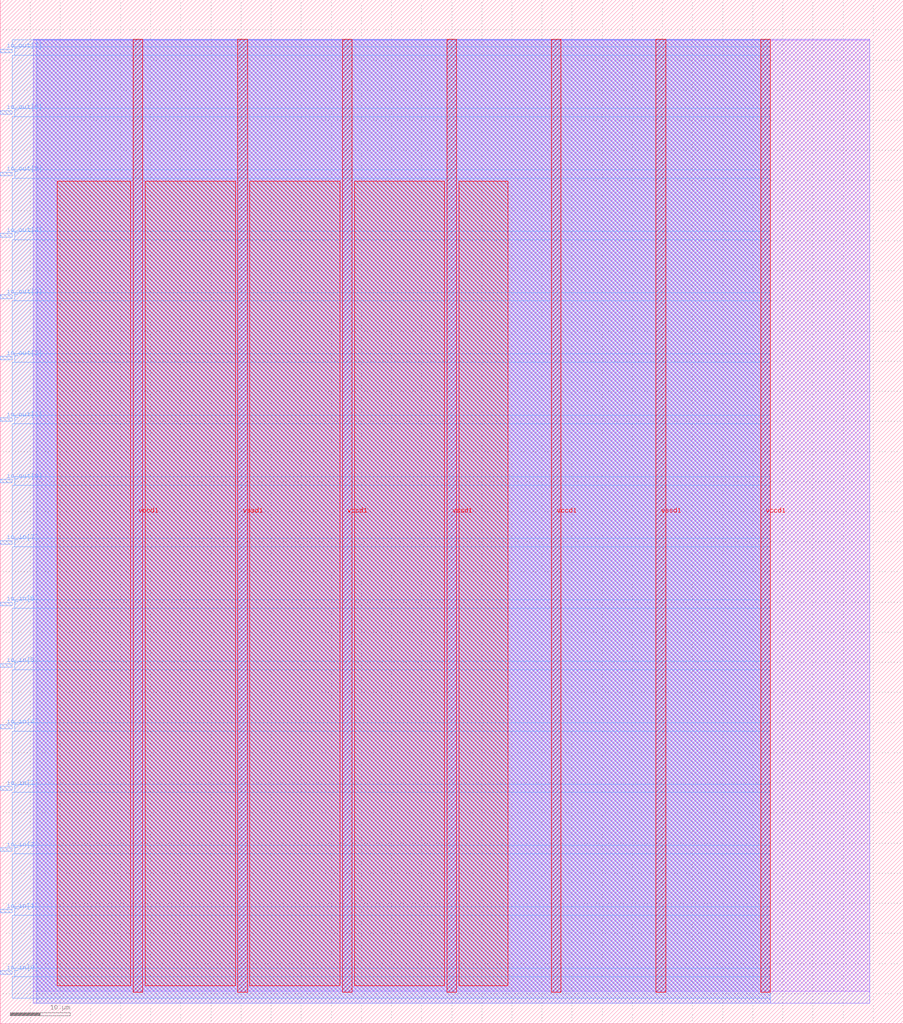
<source format=lef>
VERSION 5.7 ;
  NOWIREEXTENSIONATPIN ON ;
  DIVIDERCHAR "/" ;
  BUSBITCHARS "[]" ;
MACRO swalense_top
  CLASS BLOCK ;
  FOREIGN swalense_top ;
  ORIGIN 0.000 0.000 ;
  SIZE 150.000 BY 170.000 ;
  PIN io_in[0]
    DIRECTION INPUT ;
    USE SIGNAL ;
    PORT
      LAYER met3 ;
        RECT 0.000 8.200 2.000 8.800 ;
    END
  END io_in[0]
  PIN io_in[1]
    DIRECTION INPUT ;
    USE SIGNAL ;
    PORT
      LAYER met3 ;
        RECT 0.000 18.400 2.000 19.000 ;
    END
  END io_in[1]
  PIN io_in[2]
    DIRECTION INPUT ;
    USE SIGNAL ;
    PORT
      LAYER met3 ;
        RECT 0.000 28.600 2.000 29.200 ;
    END
  END io_in[2]
  PIN io_in[3]
    DIRECTION INPUT ;
    USE SIGNAL ;
    PORT
      LAYER met3 ;
        RECT 0.000 38.800 2.000 39.400 ;
    END
  END io_in[3]
  PIN io_in[4]
    DIRECTION INPUT ;
    USE SIGNAL ;
    PORT
      LAYER met3 ;
        RECT 0.000 49.000 2.000 49.600 ;
    END
  END io_in[4]
  PIN io_in[5]
    DIRECTION INPUT ;
    USE SIGNAL ;
    PORT
      LAYER met3 ;
        RECT 0.000 59.200 2.000 59.800 ;
    END
  END io_in[5]
  PIN io_in[6]
    DIRECTION INPUT ;
    USE SIGNAL ;
    PORT
      LAYER met3 ;
        RECT 0.000 69.400 2.000 70.000 ;
    END
  END io_in[6]
  PIN io_in[7]
    DIRECTION INPUT ;
    USE SIGNAL ;
    PORT
      LAYER met3 ;
        RECT 0.000 79.600 2.000 80.200 ;
    END
  END io_in[7]
  PIN io_out[0]
    DIRECTION OUTPUT TRISTATE ;
    USE SIGNAL ;
    PORT
      LAYER met3 ;
        RECT 0.000 89.800 2.000 90.400 ;
    END
  END io_out[0]
  PIN io_out[1]
    DIRECTION OUTPUT TRISTATE ;
    USE SIGNAL ;
    PORT
      LAYER met3 ;
        RECT 0.000 100.000 2.000 100.600 ;
    END
  END io_out[1]
  PIN io_out[2]
    DIRECTION OUTPUT TRISTATE ;
    USE SIGNAL ;
    PORT
      LAYER met3 ;
        RECT 0.000 110.200 2.000 110.800 ;
    END
  END io_out[2]
  PIN io_out[3]
    DIRECTION OUTPUT TRISTATE ;
    USE SIGNAL ;
    PORT
      LAYER met3 ;
        RECT 0.000 120.400 2.000 121.000 ;
    END
  END io_out[3]
  PIN io_out[4]
    DIRECTION OUTPUT TRISTATE ;
    USE SIGNAL ;
    PORT
      LAYER met3 ;
        RECT 0.000 130.600 2.000 131.200 ;
    END
  END io_out[4]
  PIN io_out[5]
    DIRECTION OUTPUT TRISTATE ;
    USE SIGNAL ;
    PORT
      LAYER met3 ;
        RECT 0.000 140.800 2.000 141.400 ;
    END
  END io_out[5]
  PIN io_out[6]
    DIRECTION OUTPUT TRISTATE ;
    USE SIGNAL ;
    PORT
      LAYER met3 ;
        RECT 0.000 151.000 2.000 151.600 ;
    END
  END io_out[6]
  PIN io_out[7]
    DIRECTION OUTPUT TRISTATE ;
    USE SIGNAL ;
    PORT
      LAYER met3 ;
        RECT 0.000 161.200 2.000 161.800 ;
    END
  END io_out[7]
  PIN vccd1
    DIRECTION INOUT ;
    USE POWER ;
    PORT
      LAYER met4 ;
        RECT 22.090 5.200 23.690 163.440 ;
    END
    PORT
      LAYER met4 ;
        RECT 56.830 5.200 58.430 163.440 ;
    END
    PORT
      LAYER met4 ;
        RECT 91.570 5.200 93.170 163.440 ;
    END
    PORT
      LAYER met4 ;
        RECT 126.310 5.200 127.910 163.440 ;
    END
  END vccd1
  PIN vssd1
    DIRECTION INOUT ;
    USE GROUND ;
    PORT
      LAYER met4 ;
        RECT 39.460 5.200 41.060 163.440 ;
    END
    PORT
      LAYER met4 ;
        RECT 74.200 5.200 75.800 163.440 ;
    END
    PORT
      LAYER met4 ;
        RECT 108.940 5.200 110.540 163.440 ;
    END
  END vssd1
  OBS
      LAYER li1 ;
        RECT 5.520 5.355 144.440 163.285 ;
      LAYER met1 ;
        RECT 5.520 3.440 144.440 163.440 ;
      LAYER met2 ;
        RECT 6.080 3.410 127.880 163.385 ;
      LAYER met3 ;
        RECT 2.000 162.200 127.900 163.365 ;
        RECT 2.400 160.800 127.900 162.200 ;
        RECT 2.000 152.000 127.900 160.800 ;
        RECT 2.400 150.600 127.900 152.000 ;
        RECT 2.000 141.800 127.900 150.600 ;
        RECT 2.400 140.400 127.900 141.800 ;
        RECT 2.000 131.600 127.900 140.400 ;
        RECT 2.400 130.200 127.900 131.600 ;
        RECT 2.000 121.400 127.900 130.200 ;
        RECT 2.400 120.000 127.900 121.400 ;
        RECT 2.000 111.200 127.900 120.000 ;
        RECT 2.400 109.800 127.900 111.200 ;
        RECT 2.000 101.000 127.900 109.800 ;
        RECT 2.400 99.600 127.900 101.000 ;
        RECT 2.000 90.800 127.900 99.600 ;
        RECT 2.400 89.400 127.900 90.800 ;
        RECT 2.000 80.600 127.900 89.400 ;
        RECT 2.400 79.200 127.900 80.600 ;
        RECT 2.000 70.400 127.900 79.200 ;
        RECT 2.400 69.000 127.900 70.400 ;
        RECT 2.000 60.200 127.900 69.000 ;
        RECT 2.400 58.800 127.900 60.200 ;
        RECT 2.000 50.000 127.900 58.800 ;
        RECT 2.400 48.600 127.900 50.000 ;
        RECT 2.000 39.800 127.900 48.600 ;
        RECT 2.400 38.400 127.900 39.800 ;
        RECT 2.000 29.600 127.900 38.400 ;
        RECT 2.400 28.200 127.900 29.600 ;
        RECT 2.000 19.400 127.900 28.200 ;
        RECT 2.400 18.000 127.900 19.400 ;
        RECT 2.000 9.200 127.900 18.000 ;
        RECT 2.400 7.800 127.900 9.200 ;
        RECT 2.000 4.255 127.900 7.800 ;
      LAYER met4 ;
        RECT 9.495 6.295 21.690 139.905 ;
        RECT 24.090 6.295 39.060 139.905 ;
        RECT 41.460 6.295 56.430 139.905 ;
        RECT 58.830 6.295 73.800 139.905 ;
        RECT 76.200 6.295 84.345 139.905 ;
  END
END swalense_top
END LIBRARY


</source>
